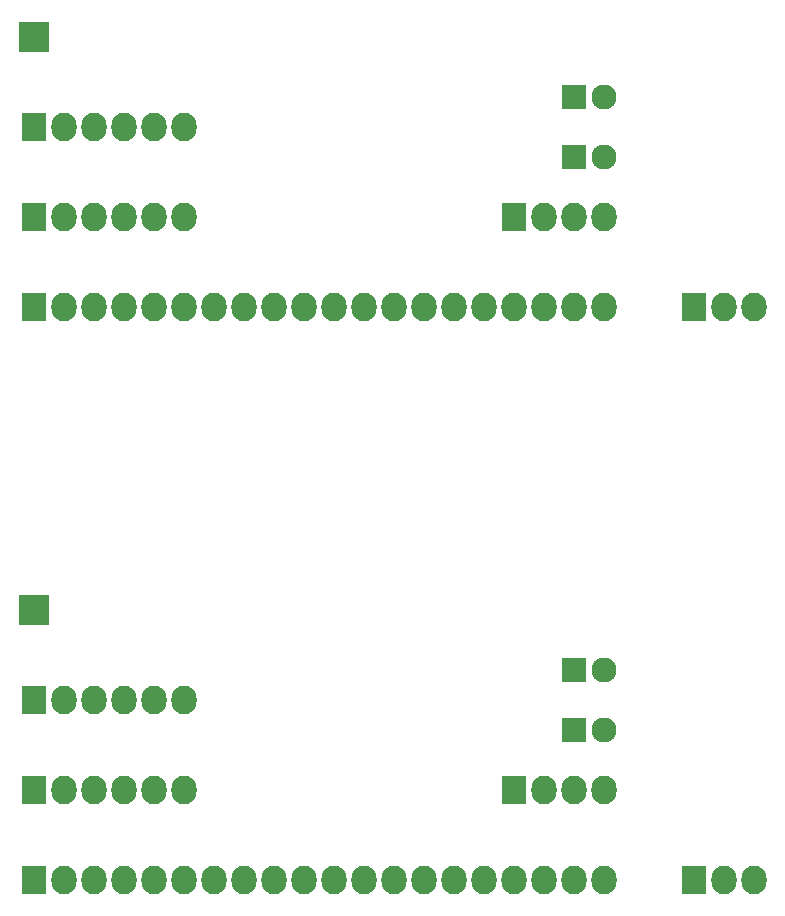
<source format=gbs>
G04 #@! TF.FileFunction,Soldermask,Bot*
%FSLAX46Y46*%
G04 Gerber Fmt 4.6, Leading zero omitted, Abs format (unit mm)*
G04 Created by KiCad (PCBNEW 4.0.1-stable) date 2017/02/23 14:55:37*
%MOMM*%
G01*
G04 APERTURE LIST*
%ADD10C,0.100000*%
%ADD11R,2.127200X2.432000*%
%ADD12O,2.127200X2.432000*%
%ADD13R,2.635200X2.635200*%
%ADD14R,2.127200X2.127200*%
%ADD15O,2.127200X2.127200*%
G04 APERTURE END LIST*
D10*
D11*
X167640000Y-63260000D03*
D12*
X170180000Y-63260000D03*
X172720000Y-63260000D03*
X175260000Y-63260000D03*
D13*
X127000000Y-48020000D03*
D14*
X172720000Y-58180000D03*
D15*
X175260000Y-58180000D03*
D14*
X172720000Y-53100000D03*
D15*
X175260000Y-53100000D03*
D11*
X182880000Y-70880000D03*
D12*
X185420000Y-70880000D03*
X187960000Y-70880000D03*
D11*
X127000000Y-55640000D03*
D12*
X129540000Y-55640000D03*
X132080000Y-55640000D03*
X134620000Y-55640000D03*
X137160000Y-55640000D03*
X139700000Y-55640000D03*
D11*
X127000000Y-63260000D03*
D12*
X129540000Y-63260000D03*
X132080000Y-63260000D03*
X134620000Y-63260000D03*
X137160000Y-63260000D03*
X139700000Y-63260000D03*
D11*
X127000000Y-70880000D03*
D12*
X129540000Y-70880000D03*
X132080000Y-70880000D03*
X134620000Y-70880000D03*
X137160000Y-70880000D03*
X139700000Y-70880000D03*
X142240000Y-70880000D03*
X144780000Y-70880000D03*
X147320000Y-70880000D03*
X149860000Y-70880000D03*
X152400000Y-70880000D03*
X154940000Y-70880000D03*
X157480000Y-70880000D03*
X160020000Y-70880000D03*
X162560000Y-70880000D03*
X165100000Y-70880000D03*
X167640000Y-70880000D03*
X170180000Y-70880000D03*
X172720000Y-70880000D03*
X175260000Y-70880000D03*
D11*
X127000000Y-119380000D03*
D12*
X129540000Y-119380000D03*
X132080000Y-119380000D03*
X134620000Y-119380000D03*
X137160000Y-119380000D03*
X139700000Y-119380000D03*
X142240000Y-119380000D03*
X144780000Y-119380000D03*
X147320000Y-119380000D03*
X149860000Y-119380000D03*
X152400000Y-119380000D03*
X154940000Y-119380000D03*
X157480000Y-119380000D03*
X160020000Y-119380000D03*
X162560000Y-119380000D03*
X165100000Y-119380000D03*
X167640000Y-119380000D03*
X170180000Y-119380000D03*
X172720000Y-119380000D03*
X175260000Y-119380000D03*
D11*
X127000000Y-111760000D03*
D12*
X129540000Y-111760000D03*
X132080000Y-111760000D03*
X134620000Y-111760000D03*
X137160000Y-111760000D03*
X139700000Y-111760000D03*
D11*
X127000000Y-104140000D03*
D12*
X129540000Y-104140000D03*
X132080000Y-104140000D03*
X134620000Y-104140000D03*
X137160000Y-104140000D03*
X139700000Y-104140000D03*
D11*
X182880000Y-119380000D03*
D12*
X185420000Y-119380000D03*
X187960000Y-119380000D03*
D14*
X172720000Y-101600000D03*
D15*
X175260000Y-101600000D03*
D14*
X172720000Y-106680000D03*
D15*
X175260000Y-106680000D03*
D13*
X127000000Y-96520000D03*
D11*
X167640000Y-111760000D03*
D12*
X170180000Y-111760000D03*
X172720000Y-111760000D03*
X175260000Y-111760000D03*
M02*

</source>
